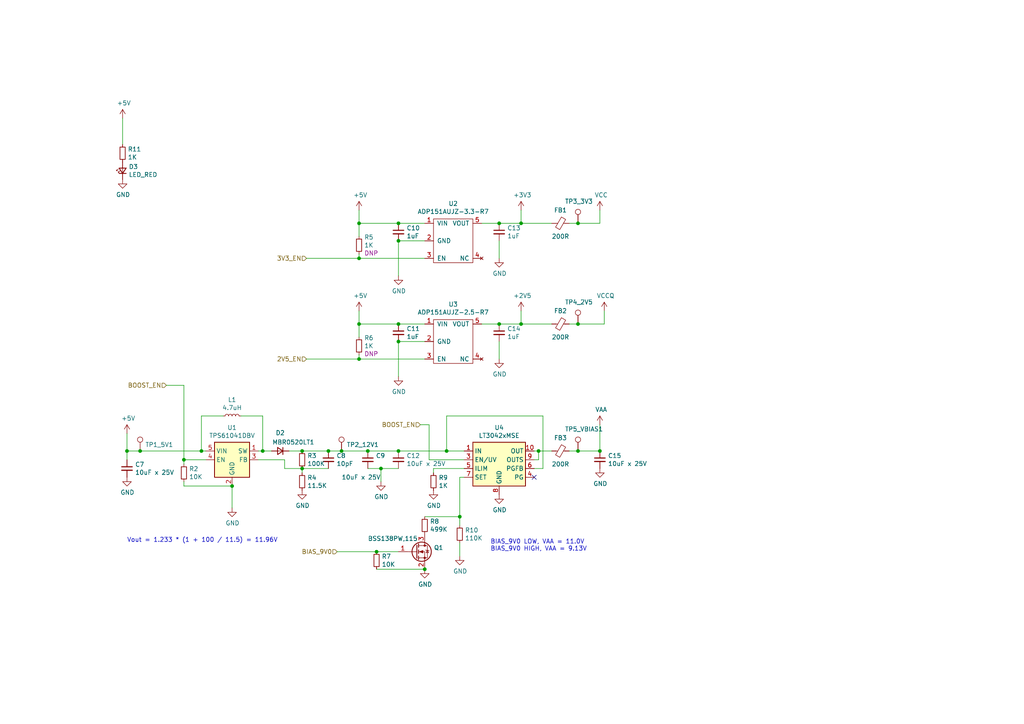
<source format=kicad_sch>
(kicad_sch (version 20211123) (generator eeschema)
  (paper "A4")
  (lib_symbols
    (symbol "Connector:TestPoint" (pin_numbers hide) (pin_names (offset 0.762) hide)
      (property "Reference" "TP" (at 0 6.858 0))
      (property "Value" "TestPoint" (at 0 5.08 0))
      (symbol "TestPoint_0_1"
        (circle (center 0 3.302) (radius 0.762))
      )
      (symbol "TestPoint_1_1"
        (pin passive line (at 0 0 90) (length 2.54) (name "1") (number "1"))
      )
    )
    (symbol "Device:C_Small" (pin_numbers hide) (pin_names (offset 0.254) hide)
      (property "Reference" "C" (at 0.254 1.778 0))
      (property "Value" "C_Small" (at 0.254 -2.032 0))
      (symbol "C_Small_0_1"
        (polyline (pts (xy -1.524 -0.508) (xy 1.524 -0.508)) (stroke (width 0.3302)))
        (polyline (pts (xy -1.524 0.508) (xy 1.524 0.508)) (stroke (width 0.3048)))
      )
      (symbol "C_Small_1_1"
        (pin passive line (at 0 2.54 270) (length 2.032) (name "~") (number "1"))
        (pin passive line (at 0 -2.54 90) (length 2.032) (name "~") (number "2"))
      )
    )
    (symbol "Device:D_Small" (pin_numbers hide) (pin_names (offset 0.254) hide)
      (property "Reference" "D" (at -1.27 2.032 0))
      (property "Value" "D_Small" (at -3.81 -2.032 0))
      (symbol "D_Small_0_1"
        (polyline (pts (xy -0.762 -1.016) (xy -0.762 1.016)) (stroke (width 0.254)))
        (polyline (pts (xy -0.762 0) (xy 0.762 0)))
        (polyline (pts (xy 0.762 -1.016) (xy -0.762 0) (xy 0.762 1.016) (xy 0.762 -1.016)) (stroke (width 0.254)))
      )
      (symbol "D_Small_1_1"
        (pin passive line (at -2.54 0 0) (length 1.778) (name "K") (number "1"))
        (pin passive line (at 2.54 0 180) (length 1.778) (name "A") (number "2"))
      )
    )
    (symbol "Device:Ferrite_Bead_Small" (pin_numbers hide) (pin_names (offset 0))
      (property "Reference" "FB" (at 1.905 1.27 0))
      (property "Value" "Device_Ferrite_Bead_Small" (at 1.905 -1.27 0))
      (symbol "Ferrite_Bead_Small_0_1"
        (polyline (pts (xy 0 -1.27) (xy 0 -0.7874)))
        (polyline (pts (xy 0 0.889) (xy 0 1.2954)))
        (polyline (pts (xy -1.8288 0.2794) (xy -1.1176 1.4986) (xy 1.8288 -0.2032) (xy 1.1176 -1.4224) (xy -1.8288 0.2794)))
      )
      (symbol "Ferrite_Bead_Small_1_1"
        (pin passive line (at 0 2.54 270) (length 1.27) (name "~") (number "1"))
        (pin passive line (at 0 -2.54 90) (length 1.27) (name "~") (number "2"))
      )
    )
    (symbol "Device:LED_Small" (pin_numbers hide) (pin_names (offset 0.254) hide)
      (property "Reference" "D" (at -1.27 3.175 0))
      (property "Value" "LED_Small" (at -4.445 -2.54 0))
      (symbol "LED_Small_0_1"
        (polyline (pts (xy -0.762 -1.016) (xy -0.762 1.016)) (stroke (width 0.254)))
        (polyline (pts (xy 1.016 0) (xy -0.762 0)))
        (polyline (pts (xy 0.762 -1.016) (xy -0.762 0) (xy 0.762 1.016) (xy 0.762 -1.016)) (stroke (width 0.254)))
        (polyline (pts (xy 0 0.762) (xy -0.508 1.27) (xy -0.254 1.27) (xy -0.508 1.27) (xy -0.508 1.016)))
        (polyline (pts (xy 0.508 1.27) (xy 0 1.778) (xy 0.254 1.778) (xy 0 1.778) (xy 0 1.524)))
      )
      (symbol "LED_Small_1_1"
        (pin passive line (at -2.54 0 0) (length 1.778) (name "K") (number "1"))
        (pin passive line (at 2.54 0 180) (length 1.778) (name "A") (number "2"))
      )
    )
    (symbol "Device:L_Small" (pin_numbers hide) (pin_names (offset 0.254) hide)
      (property "Reference" "L" (at 0.762 1.016 0))
      (property "Value" "L_Small" (at 0.762 -1.016 0))
      (symbol "L_Small_0_1"
        (arc (start 0 -2.032) (mid 0.508 -1.524) (end 0 -1.016))
        (arc (start 0 -1.016) (mid 0.508 -0.508) (end 0 0))
        (arc (start 0 0) (mid 0.508 0.508) (end 0 1.016))
        (arc (start 0 1.016) (mid 0.508 1.524) (end 0 2.032))
      )
      (symbol "L_Small_1_1"
        (pin passive line (at 0 2.54 270) (length 0.508) (name "~") (number "1"))
        (pin passive line (at 0 -2.54 90) (length 0.508) (name "~") (number "2"))
      )
    )
    (symbol "Device:Q_NMOS_GSD" (pin_names (offset 0) hide)
      (property "Reference" "Q" (at 5.08 1.27 0))
      (property "Value" "Q_NMOS_GSD" (at 5.08 -1.27 0))
      (symbol "Q_NMOS_GSD_0_1"
        (polyline (pts (xy 0.254 0) (xy -2.54 0)))
        (polyline (pts (xy 0.254 1.905) (xy 0.254 -1.905)) (stroke (width 0.254)))
        (polyline (pts (xy 0.762 -1.27) (xy 0.762 -2.286)) (stroke (width 0.254)))
        (polyline (pts (xy 0.762 0.508) (xy 0.762 -0.508)) (stroke (width 0.254)))
        (polyline (pts (xy 0.762 2.286) (xy 0.762 1.27)) (stroke (width 0.254)))
        (polyline (pts (xy 2.54 2.54) (xy 2.54 1.778)))
        (polyline (pts (xy 2.54 -2.54) (xy 2.54 0) (xy 0.762 0)))
        (polyline (pts (xy 0.762 -1.778) (xy 3.302 -1.778) (xy 3.302 1.778) (xy 0.762 1.778)))
        (polyline (pts (xy 1.016 0) (xy 2.032 0.381) (xy 2.032 -0.381) (xy 1.016 0)) (fill (type outline)))
        (polyline (pts (xy 2.794 0.508) (xy 2.921 0.381) (xy 3.683 0.381) (xy 3.81 0.254)))
        (polyline (pts (xy 3.302 0.381) (xy 2.921 -0.254) (xy 3.683 -0.254) (xy 3.302 0.381)))
        (circle (center 1.651 0) (radius 2.794) (stroke (width 0.254)))
        (circle (center 2.54 -1.778) (radius 0.254) (fill (type outline)))
        (circle (center 2.54 1.778) (radius 0.254) (fill (type outline)))
      )
      (symbol "Q_NMOS_GSD_1_1"
        (pin input line (at -5.08 0 0) (length 2.54) (name "G") (number "1"))
        (pin passive line (at 2.54 -5.08 90) (length 2.54) (name "S") (number "2"))
        (pin passive line (at 2.54 5.08 270) (length 2.54) (name "D") (number "3"))
      )
    )
    (symbol "Device:R_Small" (pin_numbers hide) (pin_names (offset 0.254) hide)
      (property "Reference" "R" (at 0.762 0.508 0))
      (property "Value" "R_Small" (at 0.762 -1.016 0))
      (symbol "R_Small_0_1"
        (rectangle (start -0.762 1.778) (end 0.762 -1.778) (stroke (width 0.2032)))
      )
      (symbol "R_Small_1_1"
        (pin passive line (at 0 2.54 270) (length 0.762) (name "~") (number "1"))
        (pin passive line (at 0 -2.54 90) (length 0.762) (name "~") (number "2"))
      )
    )
    (symbol "Regulator_Linear:LT3042xMSE"
      (property "Reference" "U" (at -6.35 6.35 0))
      (property "Value" "LT3042xMSE" (at 1.27 6.35 0))
      (symbol "LT3042xMSE_0_1"
        (rectangle (start -7.62 5.08) (end 7.62 -7.62) (stroke (width 0.254)) (fill (type background)))
      )
      (symbol "LT3042xMSE_1_1"
        (pin power_in line (at -10.16 2.54 0) (length 2.54) (name "IN") (number "1"))
        (pin power_out line (at 10.16 2.54 180) (length 2.54) (name "OUT") (number "10"))
        (pin passive line (at 0 -10.16 90) (length 2.54) hide (name "GND") (number "11"))
        (pin passive line (at -10.16 2.54 0) (length 2.54) hide (name "IN") (number "2"))
        (pin input line (at -10.16 0 0) (length 2.54) (name "EN/UV") (number "3"))
        (pin open_collector line (at 10.16 -5.08 180) (length 2.54) (name "PG") (number "4"))
        (pin passive line (at -10.16 -2.54 0) (length 2.54) (name "ILIM") (number "5"))
        (pin input line (at 10.16 -2.54 180) (length 2.54) (name "PGFB") (number "6"))
        (pin passive line (at -10.16 -5.08 0) (length 2.54) (name "SET") (number "7"))
        (pin power_in line (at 0 -10.16 90) (length 2.54) (name "GND") (number "8"))
        (pin input line (at 10.16 0 180) (length 2.54) (name "OUTS") (number "9"))
      )
    )
    (symbol "Regulator_Switching:TPS61041DBV"
      (property "Reference" "U" (at -5.08 6.35 0))
      (property "Value" "TPS61041DBV" (at 0 6.35 0))
      (symbol "TPS61041DBV_0_1"
        (rectangle (start -5.08 5.08) (end 5.08 -5.08) (stroke (width 0.254)) (fill (type background)))
      )
      (symbol "TPS61041DBV_1_1"
        (pin power_out line (at 7.62 2.54 180) (length 2.54) (name "SW") (number "1"))
        (pin power_in line (at 0 -7.62 90) (length 2.54) (name "GND") (number "2"))
        (pin input line (at 7.62 0 180) (length 2.54) (name "FB") (number "3"))
        (pin input line (at -7.62 0 0) (length 2.54) (name "EN") (number "4"))
        (pin power_in line (at -7.62 2.54 0) (length 2.54) (name "VIN") (number "5"))
      )
    )
    (symbol "adp151:ADP151" (pin_names (offset 1.016))
      (property "Reference" "U" (at 3.81 6.35 0))
      (property "Value" "ADP151" (at 1.27 -8.89 0))
      (symbol "ADP151_0_1"
        (rectangle (start -5.08 5.08) (end 6.35 -7.62))
      )
      (symbol "ADP151_1_1"
        (pin power_in line (at -7.62 3.81 0) (length 2.54) (name "VIN") (number "1"))
        (pin power_in line (at -7.62 -1.27 0) (length 2.54) (name "GND") (number "2"))
        (pin power_in line (at -7.62 -6.35 0) (length 2.54) (name "EN") (number "3"))
        (pin no_connect line (at 8.89 -6.35 180) (length 2.54) (name "NC") (number "4"))
        (pin power_out line (at 8.89 3.81 180) (length 2.54) (name "VOUT") (number "5"))
      )
    )
    (symbol "power:+2V5" (power) (pin_names (offset 0))
      (property "Value" "+2V5" (at 0 3.556 0))
      (symbol "+2V5_0_1"
        (polyline (pts (xy -0.762 1.27) (xy 0 2.54)))
        (polyline (pts (xy 0 0) (xy 0 2.54)))
        (polyline (pts (xy 0 2.54) (xy 0.762 1.27)))
      )
      (symbol "+2V5_1_1"
        (pin power_in line (at 0 0 90) (length 0) hide (name "+2V5") (number "1"))
      )
    )
    (symbol "power:+3V3" (power) (pin_names (offset 0))
      (property "Value" "+3V3" (at 0 3.556 0))
      (symbol "+3V3_0_1"
        (polyline (pts (xy -0.762 1.27) (xy 0 2.54)))
        (polyline (pts (xy 0 0) (xy 0 2.54)))
        (polyline (pts (xy 0 2.54) (xy 0.762 1.27)))
      )
      (symbol "+3V3_1_1"
        (pin power_in line (at 0 0 90) (length 0) hide (name "+3V3") (number "1"))
      )
    )
    (symbol "power:+5V" (power) (pin_names (offset 0))
      (property "Value" "+5V" (at 0 3.556 0))
      (symbol "+5V_0_1"
        (polyline (pts (xy -0.762 1.27) (xy 0 2.54)))
        (polyline (pts (xy 0 0) (xy 0 2.54)))
        (polyline (pts (xy 0 2.54) (xy 0.762 1.27)))
      )
      (symbol "+5V_1_1"
        (pin power_in line (at 0 0 90) (length 0) hide (name "+5V") (number "1"))
      )
    )
    (symbol "power:GND" (power) (pin_names (offset 0))
      (property "Value" "GND" (at 0 -3.81 0))
      (symbol "GND_0_1"
        (polyline (pts (xy 0 0) (xy 0 -1.27) (xy 1.27 -1.27) (xy 0 -2.54) (xy -1.27 -1.27) (xy 0 -1.27)))
      )
      (symbol "GND_1_1"
        (pin power_in line (at 0 0 270) (length 0) hide (name "GND") (number "1"))
      )
    )
    (symbol "power:VAA" (power) (pin_names (offset 0))
      (property "Value" "VAA" (at 0 3.81 0))
      (symbol "VAA_0_1"
        (polyline (pts (xy -0.762 1.27) (xy 0 2.54)))
        (polyline (pts (xy 0 0) (xy 0 2.54)))
        (polyline (pts (xy 0 2.54) (xy 0.762 1.27)))
      )
      (symbol "VAA_1_1"
        (pin power_in line (at 0 0 90) (length 0) hide (name "VAA") (number "1"))
      )
    )
    (symbol "power:VCC" (power) (pin_names (offset 0))
      (property "Value" "VCC" (at 0 3.81 0))
      (symbol "VCC_0_1"
        (polyline (pts (xy -0.762 1.27) (xy 0 2.54)))
        (polyline (pts (xy 0 0) (xy 0 2.54)))
        (polyline (pts (xy 0 2.54) (xy 0.762 1.27)))
      )
      (symbol "VCC_1_1"
        (pin power_in line (at 0 0 90) (length 0) hide (name "VCC") (number "1"))
      )
    )
    (symbol "power:VCCQ" (power) (pin_names (offset 0))
      (property "Value" "VCCQ" (at 0 3.81 0))
      (symbol "VCCQ_0_1"
        (polyline (pts (xy -0.762 1.27) (xy 0 2.54)))
        (polyline (pts (xy 0 0) (xy 0 2.54)))
        (polyline (pts (xy 0 2.54) (xy 0.762 1.27)))
      )
      (symbol "VCCQ_1_1"
        (pin power_in line (at 0 0 90) (length 0) hide (name "VCCQ") (number "1"))
      )
    )
  )
  (junction (at 110.49 135.89))
  (junction (at 123.19 165.1))
  (junction (at 36.83 130.81))
  (junction (at 109.22 160.02))
  (junction (at 104.14 74.93))
  (junction (at 53.34 133.35))
  (junction (at 87.63 130.81))
  (junction (at 115.57 130.81))
  (junction (at 67.31 140.97))
  (junction (at 40.64 130.81))
  (junction (at 115.57 64.77))
  (junction (at 167.64 64.77))
  (junction (at 144.78 93.98))
  (junction (at 133.35 149.86))
  (junction (at 104.14 104.14))
  (junction (at 58.42 130.81))
  (junction (at 115.57 93.98))
  (junction (at 99.06 130.81))
  (junction (at 115.57 69.85))
  (junction (at 106.68 130.81))
  (junction (at 151.13 93.98))
  (junction (at 156.21 130.81))
  (junction (at 144.78 64.77))
  (junction (at 104.14 64.77))
  (junction (at 173.99 130.81))
  (junction (at 76.2 130.81))
  (junction (at 104.14 93.98))
  (junction (at 129.54 130.81))
  (junction (at 115.57 99.06))
  (junction (at 167.64 93.98))
  (junction (at 87.63 135.89))
  (junction (at 151.13 64.77))
  (junction (at 95.25 130.81))
  (junction (at 167.64 130.81))
  (no_connect (at 154.94 138.43))
  (wire (pts (xy 121.92 123.19) (xy 124.46 123.19)))
  (wire (pts (xy 167.64 93.98) (xy 175.26 93.98)))
  (wire (pts (xy 165.1 64.77) (xy 167.64 64.77)))
  (wire (pts (xy 69.85 120.65) (xy 76.2 120.65)))
  (wire (pts (xy 64.77 120.65) (xy 58.42 120.65)))
  (wire (pts (xy 144.78 104.14) (xy 144.78 99.06)))
  (wire (pts (xy 87.63 130.81) (xy 95.25 130.81)))
  (wire (pts (xy 115.57 130.81) (xy 129.54 130.81)))
  (wire (pts (xy 151.13 64.77) (xy 151.13 60.96)))
  (wire (pts (xy 133.35 157.48) (xy 133.35 161.29)))
  (wire (pts (xy 157.48 135.89) (xy 157.48 120.65)))
  (wire (pts (xy 82.55 135.89) (xy 82.55 133.35)))
  (wire (pts (xy 36.83 133.35) (xy 36.83 130.81)))
  (wire (pts (xy 123.19 99.06) (xy 115.57 99.06)))
  (wire (pts (xy 165.1 93.98) (xy 167.64 93.98)))
  (wire (pts (xy 104.14 104.14) (xy 88.9 104.14)))
  (wire (pts (xy 167.64 64.77) (xy 173.99 64.77)))
  (wire (pts (xy 53.34 134.62) (xy 53.34 133.35)))
  (wire (pts (xy 134.62 135.89) (xy 125.73 135.89)))
  (wire (pts (xy 123.19 69.85) (xy 115.57 69.85)))
  (wire (pts (xy 104.14 93.98) (xy 104.14 90.17)))
  (wire (pts (xy 115.57 93.98) (xy 123.19 93.98)))
  (wire (pts (xy 173.99 123.19) (xy 173.99 130.81)))
  (wire (pts (xy 139.7 93.98) (xy 144.78 93.98)))
  (wire (pts (xy 67.31 140.97) (xy 67.31 147.32)))
  (wire (pts (xy 95.25 135.89) (xy 87.63 135.89)))
  (wire (pts (xy 40.64 130.81) (xy 36.83 130.81)))
  (wire (pts (xy 83.82 130.81) (xy 87.63 130.81)))
  (wire (pts (xy 123.19 149.86) (xy 133.35 149.86)))
  (wire (pts (xy 76.2 130.81) (xy 78.74 130.81)))
  (wire (pts (xy 59.69 130.81) (xy 58.42 130.81)))
  (wire (pts (xy 139.7 64.77) (xy 144.78 64.77)))
  (wire (pts (xy 109.22 165.1) (xy 123.19 165.1)))
  (wire (pts (xy 110.49 135.89) (xy 110.49 139.7)))
  (wire (pts (xy 115.57 135.89) (xy 110.49 135.89)))
  (wire (pts (xy 87.63 135.89) (xy 82.55 135.89)))
  (wire (pts (xy 36.83 130.81) (xy 36.83 125.73)))
  (wire (pts (xy 58.42 130.81) (xy 40.64 130.81)))
  (wire (pts (xy 95.25 130.81) (xy 99.06 130.81)))
  (wire (pts (xy 104.14 74.93) (xy 88.9 74.93)))
  (wire (pts (xy 157.48 120.65) (xy 129.54 120.65)))
  (wire (pts (xy 104.14 68.58) (xy 104.14 64.77)))
  (wire (pts (xy 53.34 111.76) (xy 48.26 111.76)))
  (wire (pts (xy 167.64 130.81) (xy 173.99 130.81)))
  (wire (pts (xy 144.78 93.98) (xy 151.13 93.98)))
  (wire (pts (xy 104.14 74.93) (xy 123.19 74.93)))
  (wire (pts (xy 109.22 160.02) (xy 97.79 160.02)))
  (wire (pts (xy 133.35 149.86) (xy 133.35 152.4)))
  (wire (pts (xy 129.54 120.65) (xy 129.54 130.81)))
  (wire (pts (xy 165.1 130.81) (xy 167.64 130.81)))
  (wire (pts (xy 104.14 102.87) (xy 104.14 104.14)))
  (wire (pts (xy 129.54 130.81) (xy 134.62 130.81)))
  (wire (pts (xy 154.94 133.35) (xy 156.21 133.35)))
  (wire (pts (xy 133.35 138.43) (xy 133.35 149.86)))
  (wire (pts (xy 154.94 130.81) (xy 156.21 130.81)))
  (wire (pts (xy 104.14 97.79) (xy 104.14 93.98)))
  (wire (pts (xy 144.78 74.93) (xy 144.78 69.85)))
  (wire (pts (xy 87.63 135.89) (xy 87.63 137.16)))
  (wire (pts (xy 104.14 104.14) (xy 123.19 104.14)))
  (wire (pts (xy 124.46 123.19) (xy 124.46 133.35)))
  (wire (pts (xy 144.78 64.77) (xy 151.13 64.77)))
  (wire (pts (xy 134.62 138.43) (xy 133.35 138.43)))
  (wire (pts (xy 58.42 120.65) (xy 58.42 130.81)))
  (wire (pts (xy 125.73 135.89) (xy 125.73 137.16)))
  (wire (pts (xy 99.06 130.81) (xy 106.68 130.81)))
  (wire (pts (xy 53.34 139.7) (xy 53.34 140.97)))
  (wire (pts (xy 175.26 93.98) (xy 175.26 90.17)))
  (wire (pts (xy 53.34 133.35) (xy 53.34 111.76)))
  (wire (pts (xy 53.34 140.97) (xy 67.31 140.97)))
  (wire (pts (xy 115.57 64.77) (xy 123.19 64.77)))
  (wire (pts (xy 74.93 130.81) (xy 76.2 130.81)))
  (wire (pts (xy 76.2 120.65) (xy 76.2 130.81)))
  (wire (pts (xy 104.14 64.77) (xy 115.57 64.77)))
  (wire (pts (xy 35.56 34.29) (xy 35.56 41.91)))
  (wire (pts (xy 104.14 64.77) (xy 104.14 60.96)))
  (wire (pts (xy 173.99 64.77) (xy 173.99 60.96)))
  (wire (pts (xy 151.13 93.98) (xy 151.13 90.17)))
  (wire (pts (xy 151.13 64.77) (xy 160.02 64.77)))
  (wire (pts (xy 124.46 133.35) (xy 134.62 133.35)))
  (wire (pts (xy 104.14 73.66) (xy 104.14 74.93)))
  (wire (pts (xy 59.69 133.35) (xy 53.34 133.35)))
  (wire (pts (xy 156.21 130.81) (xy 160.02 130.81)))
  (wire (pts (xy 115.57 99.06) (xy 115.57 109.22)))
  (wire (pts (xy 115.57 160.02) (xy 109.22 160.02)))
  (wire (pts (xy 115.57 69.85) (xy 115.57 80.01)))
  (wire (pts (xy 151.13 93.98) (xy 160.02 93.98)))
  (wire (pts (xy 82.55 133.35) (xy 74.93 133.35)))
  (wire (pts (xy 156.21 133.35) (xy 156.21 130.81)))
  (wire (pts (xy 154.94 135.89) (xy 157.48 135.89)))
  (wire (pts (xy 106.68 130.81) (xy 115.57 130.81)))
  (wire (pts (xy 104.14 93.98) (xy 115.57 93.98)))
  (wire (pts (xy 110.49 135.89) (xy 106.68 135.89)))
  (text "BIAS_9V0 LOW, VAA = 11.0V\nBIAS_9V0 HIGH, VAA = 9.13V" (at 142.24 160.02 0) (effects (font (size 1.27 1.27)) (justify left bottom)))
  (text "Vout = 1.233 * (1 + 100 / 11.5) = 11.96V" (at 36.83 157.48 0) (effects (font (size 1.27 1.27)) (justify left bottom)))
  (hierarchical_label "BOOST_EN" (shape input) (at 121.92 123.19 180))
  (hierarchical_label "2V5_EN" (shape input) (at 88.9 104.14 180))
  (hierarchical_label "BIAS_9V0" (shape input) (at 97.79 160.02 180))
  (hierarchical_label "3V3_EN" (shape input) (at 88.9 74.93 180))
  (hierarchical_label "BOOST_EN" (shape input) (at 48.26 111.76 180))
  (symbol (lib_id "power:GND") (at 115.57 80.01 0) (unit 1)
    (property "Reference" "#PWR0116" (effects hide))
    (property "Value" "GND" (at 115.697 84.4042 0))
  )
  (symbol (lib_id "Device:C_Small") (at 106.68 133.35 0) (unit 1)
    (property "Reference" "C9" (at 109.0168 132.1816 0) (effects (justify left)))
    (property "Value" "10uF x 25V" (at 99.06 138.43 0) (effects (justify left)))
    (property "Footprint" "Capacitor_SMD:C_0603_1608Metric" (effects hide))
    (property "MPN" "GRT188R61E106ME13D" (effects hide))
    (property "Manufacturer" "Murata" (effects hide))
  )
  (symbol (lib_id "power:GND") (at 173.99 135.89 0) (unit 1)
    (property "Reference" "#PWR0135" (effects hide))
    (property "Value" "GND" (at 174.117 140.2842 0))
  )
  (symbol (lib_id "power:GND") (at 35.56 52.07 0) (unit 1)
    (property "Reference" "#PWR0138" (effects hide))
    (property "Value" "GND" (at 35.687 56.4642 0))
  )
  (symbol (lib_id "power:+5V") (at 36.83 125.73 0) (unit 1)
    (property "Reference" "#PWR0126" (effects hide))
    (property "Value" "+5V" (at 37.211 121.3358 0))
  )
  (symbol (lib_id "Device:C_Small") (at 173.99 133.35 0) (unit 1)
    (property "Reference" "C15" (at 176.3268 132.1816 0) (effects (justify left)))
    (property "Value" "10uF x 25V" (at 176.3268 134.493 0) (effects (justify left)))
    (property "Footprint" "Capacitor_SMD:C_0603_1608Metric" (effects hide))
    (property "MPN" "GRT188R61E106ME13D" (effects hide))
    (property "Manufacturer" "Murata" (effects hide))
  )
  (symbol (lib_id "power:GND") (at 123.19 165.1 0) (unit 1)
    (property "Reference" "#PWR0132" (effects hide))
    (property "Value" "GND" (at 123.317 169.4942 0))
  )
  (symbol (lib_id "power:GND") (at 110.49 139.7 0) (unit 1)
    (property "Reference" "#PWR0129" (effects hide))
    (property "Value" "GND" (at 110.617 144.0942 0))
  )
  (symbol (lib_id "power:GND") (at 87.63 142.24 0) (unit 1)
    (property "Reference" "#PWR0127" (effects hide))
    (property "Value" "GND" (at 87.757 146.6342 0))
  )
  (symbol (lib_id "Device:C_Small") (at 95.25 133.35 0) (unit 1)
    (property "Reference" "C8" (at 97.5868 132.1816 0) (effects (justify left)))
    (property "Value" "10pF" (at 97.5868 134.493 0) (effects (justify left)))
    (property "Footprint" "Capacitor_SMD:C_0603_1608Metric" (effects hide))
  )
  (symbol (lib_id "Regulator_Switching:TPS61041DBV") (at 67.31 133.35 0) (unit 1)
    (property "Reference" "U1" (at 67.31 124.0282 0))
    (property "Value" "TPS61041DBV" (at 67.31 126.3396 0))
    (property "Footprint" "Package_TO_SOT_SMD:SOT-23-5" (effects hide))
    (property "Datasheet" "http://www.ti.com/lit/ds/symlink/tps61040.pdf" (effects hide))
    (property "MPN" "TPS61041DBV" (effects hide))
  )
  (symbol (lib_id "Device:R_Small") (at 35.56 44.45 0) (unit 1)
    (property "Reference" "R11" (at 37.0586 43.2816 0) (effects (justify left)))
    (property "Value" "1K" (at 37.0586 45.593 0) (effects (justify left)))
    (property "Footprint" "Resistor_SMD:R_0603_1608Metric" (effects hide))
  )
  (symbol (lib_id "Device:R_Small") (at 87.63 139.7 0) (unit 1)
    (property "Reference" "R4" (at 89.1286 138.5316 0) (effects (justify left)))
    (property "Value" "11.5K" (at 89.1286 140.843 0) (effects (justify left)))
    (property "Footprint" "Resistor_SMD:R_0603_1608Metric" (effects hide))
  )
  (symbol (lib_id "Device:R_Small") (at 104.14 71.12 0) (unit 1)
    (property "Reference" "R5" (at 105.6386 68.8086 0) (effects (justify left)))
    (property "Value" "1K" (at 105.6386 71.12 0) (effects (justify left)))
    (property "Footprint" "Resistor_SMD:R_0603_1608Metric" (effects hide))
    (property "Config" "DNP" (at 105.6386 73.4314 0) (effects (justify left)))
  )
  (symbol (lib_id "power:GND") (at 115.57 109.22 0) (unit 1)
    (property "Reference" "#PWR0121" (effects hide))
    (property "Value" "GND" (at 115.697 113.6142 0))
  )
  (symbol (lib_id "Device:R_Small") (at 104.14 100.33 0) (unit 1)
    (property "Reference" "R6" (at 105.6386 98.0186 0) (effects (justify left)))
    (property "Value" "1K" (at 105.6386 100.33 0) (effects (justify left)))
    (property "Footprint" "Resistor_SMD:R_0603_1608Metric" (effects hide))
    (property "Config" "DNP" (at 105.6386 102.6414 0) (effects (justify left)))
  )
  (symbol (lib_id "Connector:TestPoint") (at 40.64 130.81 0) (unit 1)
    (property "Reference" "TP1_5V1" (at 42.1132 128.9812 0) (effects (justify left)))
    (property "Value" "TestPoint" (effects hide))
    (property "Footprint" "TestPoint:TestPoint_Pad_D1.5mm" (effects hide))
    (property "Config" "DNP" (effects hide))
  )
  (symbol (lib_id "power:+5V") (at 104.14 60.96 0) (unit 1)
    (property "Reference" "#PWR0115" (effects hide))
    (property "Value" "+5V" (at 104.521 56.5658 0))
  )
  (symbol (lib_id "Device:R_Small") (at 87.63 133.35 0) (unit 1)
    (property "Reference" "R3" (at 89.1286 132.1816 0) (effects (justify left)))
    (property "Value" "100K" (at 89.1286 134.493 0) (effects (justify left)))
    (property "Footprint" "Resistor_SMD:R_0603_1608Metric" (effects hide))
  )
  (symbol (lib_id "Device:L_Small") (at 67.31 120.65 90) (unit 1)
    (property "Reference" "L1" (at 67.31 115.951 90))
    (property "Value" "4.7uH" (at 67.31 118.2624 90))
    (property "Footprint" "Inductor_SMD:L_0805_2012Metric" (effects hide))
  )
  (symbol (lib_id "power:GND") (at 125.73 142.24 0) (unit 1)
    (property "Reference" "#PWR0130" (effects hide))
    (property "Value" "GND" (at 125.857 146.6342 0))
  )
  (symbol (lib_id "adp151:ADP151") (at 130.81 68.58 0) (unit 1)
    (property "Reference" "U2" (at 131.445 59.055 0))
    (property "Value" "ADP151AUJZ-3.3-R7" (at 131.445 61.3664 0))
    (property "Footprint" "Package_TO_SOT_SMD:TSOT-23-5" (effects hide))
    (property "MPN" "ADP151AUJZ-3.3-R7" (effects hide))
  )
  (symbol (lib_id "Device:R_Small") (at 133.35 154.94 0) (unit 1)
    (property "Reference" "R10" (at 134.8486 153.7716 0) (effects (justify left)))
    (property "Value" "110K" (at 134.8486 156.083 0) (effects (justify left)))
    (property "Footprint" "Resistor_SMD:R_0603_1608Metric" (effects hide))
  )
  (symbol (lib_id "power:+3V3") (at 151.13 60.96 0) (unit 1)
    (property "Reference" "#PWR0117" (effects hide))
    (property "Value" "+3V3" (at 151.511 56.5658 0))
  )
  (symbol (lib_id "Device:R_Small") (at 53.34 137.16 0) (unit 1)
    (property "Reference" "R2" (at 54.8386 135.9916 0) (effects (justify left)))
    (property "Value" "10K" (at 54.8386 138.303 0) (effects (justify left)))
    (property "Footprint" "Resistor_SMD:R_0603_1608Metric" (effects hide))
  )
  (symbol (lib_id "Device:Ferrite_Bead_Small") (at 162.56 93.98 270) (unit 1)
    (property "Reference" "FB2" (at 162.56 90.17 90))
    (property "Value" "200R" (at 162.56 97.79 90))
    (property "Footprint" "Inductor_SMD:L_0603_1608Metric" (effects hide))
  )
  (symbol (lib_id "Connector:TestPoint") (at 167.64 93.98 0) (unit 1)
    (property "Reference" "TP4_2V5" (at 163.83 87.63 0) (effects (justify left)))
    (property "Value" "TestPoint" (effects hide))
    (property "Footprint" "TestPoint:TestPoint_Pad_D1.5mm" (effects hide))
    (property "Config" "DNP" (effects hide))
  )
  (symbol (lib_id "power:GND") (at 144.78 74.93 0) (unit 1)
    (property "Reference" "#PWR0118" (effects hide))
    (property "Value" "GND" (at 144.907 79.3242 0))
  )
  (symbol (lib_id "Device:C_Small") (at 115.57 133.35 0) (unit 1)
    (property "Reference" "C12" (at 117.9068 132.1816 0) (effects (justify left)))
    (property "Value" "10uF x 25V" (at 117.9068 134.493 0) (effects (justify left)))
    (property "Footprint" "Capacitor_SMD:C_0603_1608Metric" (effects hide))
    (property "MPN" "GRT188R61E106ME13D" (effects hide))
    (property "Manufacturer" "Murata" (effects hide))
  )
  (symbol (lib_id "power:VCC") (at 173.99 60.96 0) (unit 1)
    (property "Reference" "#PWR0119" (effects hide))
    (property "Value" "VCC" (at 174.371 56.5658 0))
  )
  (symbol (lib_id "power:GND") (at 144.78 143.51 0) (unit 1)
    (property "Reference" "#PWR0134" (effects hide))
    (property "Value" "GND" (at 144.907 147.9042 0))
  )
  (symbol (lib_id "Device:C_Small") (at 36.83 135.89 0) (unit 1)
    (property "Reference" "C7" (at 39.1668 134.7216 0) (effects (justify left)))
    (property "Value" "10uF x 25V" (at 39.1668 137.033 0) (effects (justify left)))
    (property "Footprint" "Capacitor_SMD:C_0603_1608Metric" (effects hide))
    (property "MPN" "GRT188R61E106ME13D" (effects hide))
    (property "Manufacturer" "Murata" (effects hide))
  )
  (symbol (lib_id "Connector:TestPoint") (at 167.64 64.77 0) (unit 1)
    (property "Reference" "TP3_3V3" (at 163.83 58.42 0) (effects (justify left)))
    (property "Value" "TestPoint" (effects hide))
    (property "Footprint" "TestPoint:TestPoint_Pad_D1.5mm" (effects hide))
    (property "Config" "DNP" (effects hide))
  )
  (symbol (lib_id "Device:Ferrite_Bead_Small") (at 162.56 130.81 270) (unit 1)
    (property "Reference" "FB3" (at 162.56 127 90))
    (property "Value" "200R" (at 162.56 134.62 90))
    (property "Footprint" "Inductor_SMD:L_0603_1608Metric" (effects hide))
  )
  (symbol (lib_id "Device:Q_NMOS_GSD") (at 120.65 160.02 0) (unit 1)
    (property "Reference" "Q1" (at 125.8316 158.8516 0) (effects (justify left)))
    (property "Value" "BSS138PW,115" (at 106.68 156.21 0) (effects (justify left)))
    (property "Footprint" "Package_TO_SOT_SMD:SOT-323_SC-70" (effects hide))
    (property "MPN" "BSS138PW,115" (effects hide))
  )
  (symbol (lib_id "Device:LED_Small") (at 35.56 49.53 90) (unit 1)
    (property "Reference" "D3" (at 37.338 48.3616 90) (effects (justify right)))
    (property "Value" "LED_RED" (at 37.338 50.673 90) (effects (justify right)))
    (property "Footprint" "Diode_SMD:D_0603_1608Metric" (effects hide))
  )
  (symbol (lib_id "Device:D_Small") (at 81.28 130.81 180) (unit 1)
    (property "Reference" "D2" (at 81.28 125.5522 0))
    (property "Value" "MBR0520LT1" (at 85.09 128.27 0))
    (property "Footprint" "Diode_SMD:D_SOD-123" (effects hide))
  )
  (symbol (lib_id "Device:C_Small") (at 144.78 67.31 0) (unit 1)
    (property "Reference" "C13" (at 147.1168 66.1416 0) (effects (justify left)))
    (property "Value" "1uF" (at 147.1168 68.453 0) (effects (justify left)))
    (property "Footprint" "Capacitor_SMD:C_0603_1608Metric" (effects hide))
  )
  (symbol (lib_id "Device:C_Small") (at 144.78 96.52 0) (unit 1)
    (property "Reference" "C14" (at 147.1168 95.3516 0) (effects (justify left)))
    (property "Value" "1uF" (at 147.1168 97.663 0) (effects (justify left)))
    (property "Footprint" "Capacitor_SMD:C_0603_1608Metric" (effects hide))
  )
  (symbol (lib_id "adp151:ADP151") (at 130.81 97.79 0) (unit 1)
    (property "Reference" "U3" (at 131.445 88.265 0))
    (property "Value" "ADP151AUJZ-2.5-R7" (at 131.445 90.5764 0))
    (property "Footprint" "Package_TO_SOT_SMD:TSOT-23-5" (effects hide))
    (property "MPN" "ADP151AUJZ-2.5-R7" (effects hide))
  )
  (symbol (lib_id "power:GND") (at 144.78 104.14 0) (unit 1)
    (property "Reference" "#PWR0122" (effects hide))
    (property "Value" "GND" (at 144.907 108.5342 0))
  )
  (symbol (lib_id "power:+2V5") (at 151.13 90.17 0) (unit 1)
    (property "Reference" "#PWR0123" (effects hide))
    (property "Value" "+2V5" (at 151.511 85.7758 0))
  )
  (symbol (lib_id "Connector:TestPoint") (at 99.06 130.81 0) (unit 1)
    (property "Reference" "TP2_12V1" (at 100.5332 128.9812 0) (effects (justify left)))
    (property "Value" "TestPoint" (effects hide))
    (property "Footprint" "TestPoint:TestPoint_Pad_D1.5mm" (effects hide))
    (property "Config" "DNP" (effects hide))
  )
  (symbol (lib_id "Device:C_Small") (at 115.57 96.52 0) (unit 1)
    (property "Reference" "C11" (at 117.9068 95.3516 0) (effects (justify left)))
    (property "Value" "1uF" (at 117.9068 97.663 0) (effects (justify left)))
    (property "Footprint" "Capacitor_SMD:C_0603_1608Metric" (effects hide))
  )
  (symbol (lib_id "Device:R_Small") (at 123.19 152.4 0) (unit 1)
    (property "Reference" "R8" (at 124.6886 151.2316 0) (effects (justify left)))
    (property "Value" "499K" (at 124.6886 153.543 0) (effects (justify left)))
    (property "Footprint" "Resistor_SMD:R_0603_1608Metric" (effects hide))
  )
  (symbol (lib_id "power:GND") (at 133.35 161.29 0) (unit 1)
    (property "Reference" "#PWR0131" (effects hide))
    (property "Value" "GND" (at 133.477 165.6842 0))
  )
  (symbol (lib_id "power:+5V") (at 104.14 90.17 0) (unit 1)
    (property "Reference" "#PWR0120" (effects hide))
    (property "Value" "+5V" (at 104.521 85.7758 0))
  )
  (symbol (lib_id "Connector:TestPoint") (at 167.64 130.81 0) (unit 1)
    (property "Reference" "TP5_VBIAS1" (at 163.83 124.46 0) (effects (justify left)))
    (property "Value" "TestPoint" (effects hide))
    (property "Footprint" "TestPoint:TestPoint_Pad_D1.5mm" (effects hide))
    (property "Config" "DNP" (effects hide))
  )
  (symbol (lib_id "Regulator_Linear:LT3042xMSE") (at 144.78 133.35 0) (unit 1)
    (property "Reference" "U4" (at 144.78 124.0282 0))
    (property "Value" "LT3042xMSE" (at 144.78 126.3396 0))
    (property "Footprint" "Package_SO:MSOP-10-1EP_3x3mm_P0.5mm_EP1.68x1.88mm" (effects hide))
    (property "Datasheet" "https://www.analog.com/media/en/technical-documentation/data-sheets/3042fb.pdf" (effects hide))
    (property "MPN" "LT3042EMSE#PBF" (effects hide))
  )
  (symbol (lib_id "power:VCCQ") (at 175.26 90.17 0) (unit 1)
    (property "Reference" "#PWR0124" (effects hide))
    (property "Value" "VCCQ" (at 175.641 85.7758 0))
  )
  (symbol (lib_id "Device:Ferrite_Bead_Small") (at 162.56 64.77 270) (unit 1)
    (property "Reference" "FB1" (at 162.56 60.96 90))
    (property "Value" "200R" (at 162.56 68.58 90))
    (property "Footprint" "Inductor_SMD:L_0603_1608Metric" (effects hide))
  )
  (symbol (lib_id "power:+5V") (at 35.56 34.29 0) (unit 1)
    (property "Reference" "#PWR0114" (effects hide))
    (property "Value" "+5V" (at 35.941 29.8958 0))
  )
  (symbol (lib_id "Device:R_Small") (at 125.73 139.7 0) (unit 1)
    (property "Reference" "R9" (at 127.2286 138.5316 0) (effects (justify left)))
    (property "Value" "1K" (at 127.2286 140.843 0) (effects (justify left)))
    (property "Footprint" "Resistor_SMD:R_0603_1608Metric" (effects hide))
    (property "Config" "DNP" (effects hide))
  )
  (symbol (lib_id "Device:C_Small") (at 115.57 67.31 0) (unit 1)
    (property "Reference" "C10" (at 117.9068 66.1416 0) (effects (justify left)))
    (property "Value" "1uF" (at 117.9068 68.453 0) (effects (justify left)))
    (property "Footprint" "Capacitor_SMD:C_0603_1608Metric" (effects hide))
  )
  (symbol (lib_id "power:GND") (at 67.31 147.32 0) (unit 1)
    (property "Reference" "#PWR0125" (effects hide))
    (property "Value" "GND" (at 67.437 151.7142 0))
  )
  (symbol (lib_id "Device:R_Small") (at 109.22 162.56 0) (unit 1)
    (property "Reference" "R7" (at 110.7186 161.3916 0) (effects (justify left)))
    (property "Value" "10K" (at 110.7186 163.703 0) (effects (justify left)))
    (property "Footprint" "Resistor_SMD:R_0603_1608Metric" (effects hide))
  )
  (symbol (lib_id "power:VAA") (at 173.99 123.19 0) (unit 1)
    (property "Reference" "#PWR0133" (effects hide))
    (property "Value" "VAA" (at 174.371 118.7958 0))
  )
  (symbol (lib_id "power:GND") (at 36.83 138.43 0) (unit 1)
    (property "Reference" "#PWR0128" (effects hide))
    (property "Value" "GND" (at 36.957 142.8242 0))
  )
)
</source>
